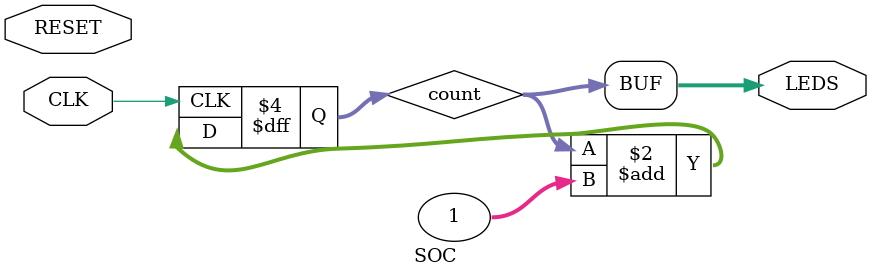
<source format=v>
module SOC (
      input  CLK,        
      input  RESET,      
      output [31:0] LEDS
);

reg [31:0] count = 0;
always @(posedge CLK) begin
   count <= count + 1;
end
assign LEDS = count;

endmodule
</source>
